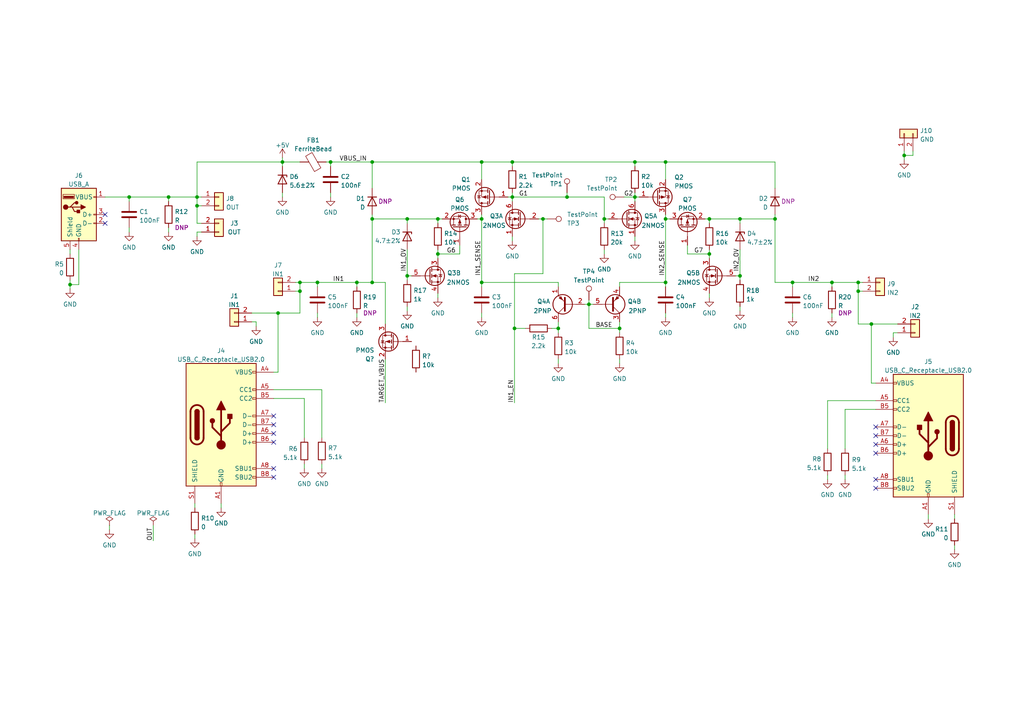
<source format=kicad_sch>
(kicad_sch (version 20230121) (generator eeschema)
  (paper "A4")
  (lib_symbols
    (symbol "Connector:TestPoint" (pin_numbers hide) (pin_names (offset 0.762) hide)
      (property "Reference" "TP" (at 0 6.858 0))
      (property "Value" "TestPoint" (at 0 5.08 0))
      (symbol "TestPoint_0_1"
        (circle (center 0 3.302) (radius 0.762))
      )
      (symbol "TestPoint_1_1"
        (pin passive line (at 0 0 90) (length 2.54) (name "1") (number "1"))
      )
    )
    (symbol "Connector:USB_A" (pin_names (offset 1.016))
      (property "Reference" "J" (at -5.08 11.43 0))
      (property "Value" "USB_A" (at -5.08 8.89 0))
      (symbol "USB_A_0_1"
        (rectangle (start -5.08 -7.62) (end 5.08 7.62) (stroke (width 0.254)) (fill (type background)))
        (circle (center -3.81 2.159) (radius 0.635) (stroke (width 0.254)) (fill (type outline)))
        (rectangle (start -1.524 4.826) (end -4.318 5.334) (fill (type outline)))
        (rectangle (start -1.27 4.572) (end -4.572 5.842))
        (circle (center -0.635 3.429) (radius 0.381) (stroke (width 0.254)) (fill (type outline)))
        (rectangle (start -0.127 -7.62) (end 0.127 -6.858))
        (polyline (pts (xy -3.175 2.159) (xy -2.54 2.159) (xy -1.27 3.429) (xy -0.635 3.429)) (stroke (width 0.254)))
        (polyline (pts (xy -2.54 2.159) (xy -1.905 2.159) (xy -1.27 0.889) (xy 0 0.889)) (stroke (width 0.254)))
        (polyline (pts (xy 0.635 2.794) (xy 0.635 1.524) (xy 1.905 2.159) (xy 0.635 2.794)) (stroke (width 0.254)) (fill (type outline)))
        (rectangle (start 0.254 1.27) (end -0.508 0.508) (stroke (width 0.254)) (fill (type outline)))
        (rectangle (start 5.08 -2.667) (end 4.318 -2.413))
        (rectangle (start 5.08 -0.127) (end 4.318 0.127))
        (rectangle (start 5.08 4.953) (end 4.318 5.207))
      )
      (symbol "USB_A_1_1"
        (polyline (pts (xy -1.905 2.159) (xy 0.635 2.159)) (stroke (width 0.254)))
        (pin power_in line (at 7.62 5.08 180) (length 2.54) (name "VBUS") (number "1"))
        (pin bidirectional line (at 7.62 -2.54 180) (length 2.54) (name "D-") (number "2"))
        (pin bidirectional line (at 7.62 0 180) (length 2.54) (name "D+") (number "3"))
        (pin power_in line (at 0 -10.16 90) (length 2.54) (name "GND") (number "4"))
        (pin passive line (at -2.54 -10.16 90) (length 2.54) (name "Shield") (number "5"))
      )
    )
    (symbol "Connector:USB_C_Receptacle_USB2.0" (pin_names (offset 1.016))
      (property "Reference" "J" (at -10.16 19.05 0))
      (property "Value" "USB_C_Receptacle_USB2.0" (at 19.05 19.05 0))
      (symbol "USB_C_Receptacle_USB2.0_0_0"
        (rectangle (start -0.254 -17.78) (end 0.254 -16.764))
        (rectangle (start 10.16 -14.986) (end 9.144 -15.494))
        (rectangle (start 10.16 -12.446) (end 9.144 -12.954))
        (rectangle (start 10.16 -4.826) (end 9.144 -5.334))
        (rectangle (start 10.16 -2.286) (end 9.144 -2.794))
        (rectangle (start 10.16 0.254) (end 9.144 -0.254))
        (rectangle (start 10.16 2.794) (end 9.144 2.286))
        (rectangle (start 10.16 7.874) (end 9.144 7.366))
        (rectangle (start 10.16 10.414) (end 9.144 9.906))
        (rectangle (start 10.16 15.494) (end 9.144 14.986))
      )
      (symbol "USB_C_Receptacle_USB2.0_0_1"
        (rectangle (start -10.16 17.78) (end 10.16 -17.78) (stroke (width 0.254)) (fill (type background)))
        (arc (start -8.89 -3.81) (mid -6.985 -5.7067) (end -5.08 -3.81) (stroke (width 0.508)))
        (arc (start -7.62 -3.81) (mid -6.985 -4.4423) (end -6.35 -3.81) (stroke (width 0.254)))
        (arc (start -7.62 -3.81) (mid -6.985 -4.4423) (end -6.35 -3.81) (stroke (width 0.254)) (fill (type outline)))
        (rectangle (start -7.62 -3.81) (end -6.35 3.81) (stroke (width 0.254)) (fill (type outline)))
        (arc (start -6.35 3.81) (mid -6.985 4.4423) (end -7.62 3.81) (stroke (width 0.254)))
        (arc (start -6.35 3.81) (mid -6.985 4.4423) (end -7.62 3.81) (stroke (width 0.254)) (fill (type outline)))
        (arc (start -5.08 3.81) (mid -6.985 5.7067) (end -8.89 3.81) (stroke (width 0.508)))
        (circle (center -2.54 1.143) (radius 0.635) (stroke (width 0.254)) (fill (type outline)))
        (circle (center 0 -5.842) (radius 1.27) (fill (type outline)))
        (polyline (pts (xy -8.89 -3.81) (xy -8.89 3.81)) (stroke (width 0.508)))
        (polyline (pts (xy -5.08 3.81) (xy -5.08 -3.81)) (stroke (width 0.508)))
        (polyline (pts (xy 0 -5.842) (xy 0 4.318)) (stroke (width 0.508)))
        (polyline (pts (xy 0 -3.302) (xy -2.54 -0.762) (xy -2.54 0.508)) (stroke (width 0.508)))
        (polyline (pts (xy 0 -2.032) (xy 2.54 0.508) (xy 2.54 1.778)) (stroke (width 0.508)))
        (polyline (pts (xy -1.27 4.318) (xy 0 6.858) (xy 1.27 4.318) (xy -1.27 4.318)) (stroke (width 0.254)) (fill (type outline)))
        (rectangle (start 1.905 1.778) (end 3.175 3.048) (stroke (width 0.254)) (fill (type outline)))
      )
      (symbol "USB_C_Receptacle_USB2.0_1_1"
        (pin passive line (at 0 -22.86 90) (length 5.08) (name "GND") (number "A1"))
        (pin passive line (at 0 -22.86 90) (length 5.08) hide (name "GND") (number "A12"))
        (pin passive line (at 15.24 15.24 180) (length 5.08) (name "VBUS") (number "A4"))
        (pin bidirectional line (at 15.24 10.16 180) (length 5.08) (name "CC1") (number "A5"))
        (pin bidirectional line (at 15.24 -2.54 180) (length 5.08) (name "D+") (number "A6"))
        (pin bidirectional line (at 15.24 2.54 180) (length 5.08) (name "D-") (number "A7"))
        (pin bidirectional line (at 15.24 -12.7 180) (length 5.08) (name "SBU1") (number "A8"))
        (pin passive line (at 15.24 15.24 180) (length 5.08) hide (name "VBUS") (number "A9"))
        (pin passive line (at 0 -22.86 90) (length 5.08) hide (name "GND") (number "B1"))
        (pin passive line (at 0 -22.86 90) (length 5.08) hide (name "GND") (number "B12"))
        (pin passive line (at 15.24 15.24 180) (length 5.08) hide (name "VBUS") (number "B4"))
        (pin bidirectional line (at 15.24 7.62 180) (length 5.08) (name "CC2") (number "B5"))
        (pin bidirectional line (at 15.24 -5.08 180) (length 5.08) (name "D+") (number "B6"))
        (pin bidirectional line (at 15.24 0 180) (length 5.08) (name "D-") (number "B7"))
        (pin bidirectional line (at 15.24 -15.24 180) (length 5.08) (name "SBU2") (number "B8"))
        (pin passive line (at 15.24 15.24 180) (length 5.08) hide (name "VBUS") (number "B9"))
        (pin passive line (at -7.62 -22.86 90) (length 5.08) (name "SHIELD") (number "S1"))
      )
    )
    (symbol "Connector_Generic:Conn_01x02" (pin_names (offset 1.016) hide)
      (property "Reference" "J" (at 0 2.54 0))
      (property "Value" "Conn_01x02" (at 0 -5.08 0))
      (symbol "Conn_01x02_1_1"
        (rectangle (start -1.27 -2.413) (end 0 -2.667) (stroke (width 0.1524)))
        (rectangle (start -1.27 0.127) (end 0 -0.127) (stroke (width 0.1524)))
        (rectangle (start -1.27 1.27) (end 1.27 -3.81) (stroke (width 0.254)) (fill (type background)))
        (pin passive line (at -5.08 0 0) (length 3.81) (name "Pin_1") (number "1"))
        (pin passive line (at -5.08 -2.54 0) (length 3.81) (name "Pin_2") (number "2"))
      )
    )
    (symbol "Device:C" (pin_numbers hide) (pin_names (offset 0.254))
      (property "Reference" "C" (at 0.635 2.54 0))
      (property "Value" "C" (at 0.635 -2.54 0))
      (symbol "C_0_1"
        (polyline (pts (xy -2.032 -0.762) (xy 2.032 -0.762)) (stroke (width 0.508)))
        (polyline (pts (xy -2.032 0.762) (xy 2.032 0.762)) (stroke (width 0.508)))
      )
      (symbol "C_1_1"
        (pin passive line (at 0 3.81 270) (length 2.794) (name "~") (number "1"))
        (pin passive line (at 0 -3.81 90) (length 2.794) (name "~") (number "2"))
      )
    )
    (symbol "Device:D" (pin_numbers hide) (pin_names (offset 1.016) hide)
      (property "Reference" "D" (at 0 2.54 0))
      (property "Value" "D" (at 0 -2.54 0))
      (symbol "D_0_1"
        (polyline (pts (xy -1.27 1.27) (xy -1.27 -1.27)) (stroke (width 0.254)))
        (polyline (pts (xy 1.27 0) (xy -1.27 0)))
        (polyline (pts (xy 1.27 1.27) (xy 1.27 -1.27) (xy -1.27 0) (xy 1.27 1.27)) (stroke (width 0.254)))
      )
      (symbol "D_1_1"
        (pin passive line (at -3.81 0 0) (length 2.54) (name "K") (number "1"))
        (pin passive line (at 3.81 0 180) (length 2.54) (name "A") (number "2"))
      )
    )
    (symbol "Device:D_Zener" (pin_numbers hide) (pin_names (offset 1.016) hide)
      (property "Reference" "D" (at 0 2.54 0))
      (property "Value" "D_Zener" (at 0 -2.54 0))
      (symbol "D_Zener_0_1"
        (polyline (pts (xy 1.27 0) (xy -1.27 0)))
        (polyline (pts (xy -1.27 -1.27) (xy -1.27 1.27) (xy -0.762 1.27)) (stroke (width 0.254)))
        (polyline (pts (xy 1.27 -1.27) (xy 1.27 1.27) (xy -1.27 0) (xy 1.27 -1.27)) (stroke (width 0.254)))
      )
      (symbol "D_Zener_1_1"
        (pin passive line (at -3.81 0 0) (length 2.54) (name "K") (number "1"))
        (pin passive line (at 3.81 0 180) (length 2.54) (name "A") (number "2"))
      )
    )
    (symbol "Device:FerriteBead" (pin_numbers hide) (pin_names (offset 0))
      (property "Reference" "FB" (at -3.81 0.635 90))
      (property "Value" "FerriteBead" (at 3.81 0 90))
      (symbol "FerriteBead_0_1"
        (polyline (pts (xy 0 -1.27) (xy 0 -1.2192)))
        (polyline (pts (xy 0 1.27) (xy 0 1.2954)))
        (polyline (pts (xy -2.7686 0.4064) (xy -1.7018 2.2606) (xy 2.7686 -0.3048) (xy 1.6764 -2.159) (xy -2.7686 0.4064)))
      )
      (symbol "FerriteBead_1_1"
        (pin passive line (at 0 3.81 270) (length 2.54) (name "~") (number "1"))
        (pin passive line (at 0 -3.81 90) (length 2.54) (name "~") (number "2"))
      )
    )
    (symbol "Device:Q_Dual_NMOS_S1G1D2S2G2D1" (pin_names (offset 0) hide)
      (property "Reference" "Q" (at 6.35 1.27 0))
      (property "Value" "Q_Dual_NMOS_S1G1D2S2G2D1" (at 19.05 -1.27 0))
      (symbol "Q_Dual_NMOS_S1G1D2S2G2D1_0_1"
        (polyline (pts (xy 0.254 0) (xy -2.54 0)))
        (polyline (pts (xy 0.254 1.905) (xy 0.254 -1.905)) (stroke (width 0.254)))
        (polyline (pts (xy 0.762 -1.27) (xy 0.762 -2.286)) (stroke (width 0.254)))
        (polyline (pts (xy 0.762 0.508) (xy 0.762 -0.508)) (stroke (width 0.254)))
        (polyline (pts (xy 0.762 2.286) (xy 0.762 1.27)) (stroke (width 0.254)))
        (polyline (pts (xy 2.54 2.54) (xy 2.54 1.778)))
        (polyline (pts (xy 2.54 -2.54) (xy 2.54 0) (xy 0.762 0)))
        (polyline (pts (xy 0.762 -1.778) (xy 3.302 -1.778) (xy 3.302 1.778) (xy 0.762 1.778)))
        (polyline (pts (xy 1.016 0) (xy 2.032 0.381) (xy 2.032 -0.381) (xy 1.016 0)) (fill (type outline)))
        (polyline (pts (xy 2.794 0.508) (xy 2.921 0.381) (xy 3.683 0.381) (xy 3.81 0.254)))
        (polyline (pts (xy 3.302 0.381) (xy 2.921 -0.254) (xy 3.683 -0.254) (xy 3.302 0.381)))
        (circle (center 1.651 0) (radius 2.794) (stroke (width 0.254)))
        (circle (center 2.54 -1.778) (radius 0.254) (fill (type outline)))
        (circle (center 2.54 1.778) (radius 0.254) (fill (type outline)))
      )
      (symbol "Q_Dual_NMOS_S1G1D2S2G2D1_1_1"
        (pin passive line (at 2.54 -5.08 90) (length 2.54) (name "S") (number "1"))
        (pin input line (at -5.08 0 0) (length 2.54) (name "G") (number "2"))
        (pin passive line (at 2.54 5.08 270) (length 2.54) (name "D") (number "6"))
      )
      (symbol "Q_Dual_NMOS_S1G1D2S2G2D1_2_1"
        (pin passive line (at 2.54 5.08 270) (length 2.54) (name "D") (number "3"))
        (pin passive line (at 2.54 -5.08 90) (length 2.54) (name "S") (number "4"))
        (pin input line (at -5.08 0 0) (length 2.54) (name "G") (number "5"))
      )
    )
    (symbol "Device:Q_Dual_PNP_PNP_E1B1C2E2B2C1" (pin_names (offset 0) hide)
      (property "Reference" "Q" (at 5.08 1.27 0))
      (property "Value" "Q_Dual_PNP_PNP_E1B1C2E2B2C1" (at 5.08 -1.27 0))
      (symbol "Q_Dual_PNP_PNP_E1B1C2E2B2C1_0_1"
        (polyline (pts (xy 0.635 0) (xy -2.54 0)))
        (polyline (pts (xy 0.635 0.635) (xy 2.54 2.54)))
        (polyline (pts (xy 0.635 -0.635) (xy 2.54 -2.54) (xy 2.54 -2.54)))
        (polyline (pts (xy 0.635 1.905) (xy 0.635 -1.905) (xy 0.635 -1.905)) (stroke (width 0.508)))
        (polyline (pts (xy 2.286 -1.778) (xy 1.778 -2.286) (xy 1.27 -1.27) (xy 2.286 -1.778) (xy 2.286 -1.778)) (fill (type outline)))
        (circle (center 1.27 0) (radius 2.8194) (stroke (width 0.254)))
      )
      (symbol "Q_Dual_PNP_PNP_E1B1C2E2B2C1_1_1"
        (pin passive line (at 2.54 -5.08 90) (length 2.54) (name "E1") (number "1"))
        (pin input line (at -5.08 0 0) (length 2.54) (name "B1") (number "2"))
        (pin passive line (at 2.54 5.08 270) (length 2.54) (name "C1") (number "6"))
      )
      (symbol "Q_Dual_PNP_PNP_E1B1C2E2B2C1_2_1"
        (pin passive line (at 2.54 5.08 270) (length 2.54) (name "C2") (number "3"))
        (pin passive line (at 2.54 -5.08 90) (length 2.54) (name "E2") (number "4"))
        (pin input line (at -5.08 0 0) (length 2.54) (name "B2") (number "5"))
      )
    )
    (symbol "Device:Q_PMOS_GSD" (pin_names (offset 0) hide)
      (property "Reference" "Q" (at 5.08 1.27 0))
      (property "Value" "Q_PMOS_GSD" (at 5.08 -1.27 0))
      (symbol "Q_PMOS_GSD_0_1"
        (polyline (pts (xy 0.254 0) (xy -2.54 0)))
        (polyline (pts (xy 0.254 1.905) (xy 0.254 -1.905)) (stroke (width 0.254)))
        (polyline (pts (xy 0.762 -1.27) (xy 0.762 -2.286)) (stroke (width 0.254)))
        (polyline (pts (xy 0.762 0.508) (xy 0.762 -0.508)) (stroke (width 0.254)))
        (polyline (pts (xy 0.762 2.286) (xy 0.762 1.27)) (stroke (width 0.254)))
        (polyline (pts (xy 2.54 2.54) (xy 2.54 1.778)))
        (polyline (pts (xy 2.54 -2.54) (xy 2.54 0) (xy 0.762 0)))
        (polyline (pts (xy 0.762 1.778) (xy 3.302 1.778) (xy 3.302 -1.778) (xy 0.762 -1.778)))
        (polyline (pts (xy 2.286 0) (xy 1.27 0.381) (xy 1.27 -0.381) (xy 2.286 0)) (fill (type outline)))
        (polyline (pts (xy 2.794 -0.508) (xy 2.921 -0.381) (xy 3.683 -0.381) (xy 3.81 -0.254)))
        (polyline (pts (xy 3.302 -0.381) (xy 2.921 0.254) (xy 3.683 0.254) (xy 3.302 -0.381)))
        (circle (center 1.651 0) (radius 2.794) (stroke (width 0.254)))
        (circle (center 2.54 -1.778) (radius 0.254) (fill (type outline)))
        (circle (center 2.54 1.778) (radius 0.254) (fill (type outline)))
      )
      (symbol "Q_PMOS_GSD_1_1"
        (pin input line (at -5.08 0 0) (length 2.54) (name "G") (number "1"))
        (pin passive line (at 2.54 -5.08 90) (length 2.54) (name "S") (number "2"))
        (pin passive line (at 2.54 5.08 270) (length 2.54) (name "D") (number "3"))
      )
    )
    (symbol "Device:R" (pin_numbers hide) (pin_names (offset 0))
      (property "Reference" "R" (at 2.032 0 90))
      (property "Value" "R" (at 0 0 90))
      (symbol "R_0_1"
        (rectangle (start -1.016 -2.54) (end 1.016 2.54) (stroke (width 0.254)))
      )
      (symbol "R_1_1"
        (pin passive line (at 0 3.81 270) (length 1.27) (name "~") (number "1"))
        (pin passive line (at 0 -3.81 90) (length 1.27) (name "~") (number "2"))
      )
    )
    (symbol "power:+5V" (power) (pin_names (offset 0))
      (property "Value" "+5V" (at 0 3.556 0))
      (symbol "+5V_0_1"
        (polyline (pts (xy -0.762 1.27) (xy 0 2.54)))
        (polyline (pts (xy 0 0) (xy 0 2.54)))
        (polyline (pts (xy 0 2.54) (xy 0.762 1.27)))
      )
      (symbol "+5V_1_1"
        (pin power_in line (at 0 0 90) (length 0) hide (name "+5V") (number "1"))
      )
    )
    (symbol "power:GND" (power) (pin_names (offset 0))
      (property "Value" "GND" (at 0 -3.81 0))
      (symbol "GND_0_1"
        (polyline (pts (xy 0 0) (xy 0 -1.27) (xy 1.27 -1.27) (xy 0 -2.54) (xy -1.27 -1.27) (xy 0 -1.27)))
      )
      (symbol "GND_1_1"
        (pin power_in line (at 0 0 270) (length 0) hide (name "GND") (number "1"))
      )
    )
    (symbol "power:PWR_FLAG" (power) (pin_numbers hide) (pin_names (offset 0) hide)
      (property "Value" "PWR_FLAG" (at 0 3.81 0))
      (symbol "PWR_FLAG_0_0"
        (pin power_out line (at 0 0 90) (length 0) (name "pwr") (number "1"))
      )
      (symbol "PWR_FLAG_0_1"
        (polyline (pts (xy 0 0) (xy 0 1.27) (xy -1.016 1.905) (xy 0 2.54) (xy 1.016 1.905) (xy 0 1.27)))
      )
    )
  )
  (junction (at 262.255 45.085))
  (junction (at 57.15 57.15))
  (junction (at 193.04 81.915))
  (junction (at 193.04 46.99))
  (junction (at 86.995 84.455))
  (junction (at 149.225 95.25))
  (junction (at 118.11 80.01))
  (junction (at 139.7 46.99))
  (junction (at 127 73.66))
  (junction (at 107.95 81.915))
  (junction (at 80.645 90.805))
  (junction (at 205.74 73.66))
  (junction (at 86.995 81.915))
  (junction (at 205.74 63.5))
  (junction (at 252.73 93.98))
  (junction (at 48.895 57.15))
  (junction (at 224.79 63.5))
  (junction (at 229.87 81.915))
  (junction (at 148.59 57.15))
  (junction (at 179.705 95.25))
  (junction (at 57.15 59.69))
  (junction (at 81.915 46.99))
  (junction (at 37.465 57.15))
  (junction (at 127 63.5))
  (junction (at 103.505 81.915))
  (junction (at 95.885 46.99))
  (junction (at 92.075 81.915))
  (junction (at 157.48 63.5))
  (junction (at 214.63 80.01))
  (junction (at 118.11 63.5))
  (junction (at 20.32 82.55))
  (junction (at 139.7 81.915))
  (junction (at 107.95 63.5))
  (junction (at 175.26 63.5))
  (junction (at 184.15 57.15))
  (junction (at 184.15 46.99))
  (junction (at 248.92 84.455))
  (junction (at 161.925 95.25))
  (junction (at 148.59 46.99))
  (junction (at 107.95 46.99))
  (junction (at 139.7 63.5))
  (junction (at 248.92 81.915))
  (junction (at 214.63 63.5))
  (junction (at 241.3 81.915))
  (junction (at 170.815 88.265))
  (junction (at 164.465 57.15))
  (junction (at 193.04 63.5))
  (no_connect (at 79.375 123.19))
  (no_connect (at 254 123.825))
  (no_connect (at 79.375 135.89))
  (no_connect (at 254 139.065))
  (no_connect (at 79.375 128.27))
  (no_connect (at 254 131.445))
  (no_connect (at 79.375 120.65))
  (no_connect (at 30.48 62.23))
  (no_connect (at 254 126.365))
  (no_connect (at 254 141.605))
  (no_connect (at 79.375 125.73))
  (no_connect (at 254 128.905))
  (no_connect (at 79.375 138.43))
  (no_connect (at 30.48 64.77))
  (wire (pts (xy 93.345 134.62) (xy 93.345 135.89)))
  (wire (pts (xy 170.815 88.265) (xy 170.815 86.995)))
  (wire (pts (xy 20.32 82.55) (xy 20.32 83.82)))
  (wire (pts (xy 118.11 80.01) (xy 118.11 81.28)))
  (wire (pts (xy 214.63 63.5) (xy 205.74 63.5)))
  (wire (pts (xy 184.15 57.15) (xy 184.15 55.88)))
  (wire (pts (xy 224.79 63.5) (xy 224.79 62.23)))
  (wire (pts (xy 57.15 46.99) (xy 57.15 57.15)))
  (wire (pts (xy 193.04 83.185) (xy 193.04 81.915)))
  (wire (pts (xy 180.975 57.15) (xy 184.15 57.15)))
  (wire (pts (xy 139.7 62.23) (xy 139.7 63.5)))
  (wire (pts (xy 214.63 80.01) (xy 214.63 81.28)))
  (wire (pts (xy 193.04 62.23) (xy 193.04 63.5)))
  (wire (pts (xy 262.255 43.815) (xy 262.255 45.085)))
  (wire (pts (xy 179.705 95.25) (xy 179.705 93.345)))
  (wire (pts (xy 264.795 45.085) (xy 264.795 43.815)))
  (wire (pts (xy 139.7 81.915) (xy 161.925 81.915)))
  (wire (pts (xy 164.465 57.15) (xy 175.26 57.15)))
  (wire (pts (xy 175.26 72.39) (xy 175.26 73.66)))
  (wire (pts (xy 240.03 137.795) (xy 240.03 139.065)))
  (wire (pts (xy 111.76 81.915) (xy 111.76 93.98)))
  (wire (pts (xy 88.265 127) (xy 88.265 115.57)))
  (wire (pts (xy 94.615 46.99) (xy 95.885 46.99)))
  (wire (pts (xy 241.3 81.915) (xy 241.3 83.185)))
  (wire (pts (xy 179.705 104.14) (xy 179.705 105.41)))
  (wire (pts (xy 193.04 81.915) (xy 179.705 81.915)))
  (wire (pts (xy 30.48 57.15) (xy 37.465 57.15)))
  (wire (pts (xy 20.32 72.39) (xy 20.32 73.66)))
  (wire (pts (xy 92.075 90.805) (xy 92.075 92.075)))
  (wire (pts (xy 103.505 81.915) (xy 92.075 81.915)))
  (wire (pts (xy 22.86 82.55) (xy 20.32 82.55)))
  (wire (pts (xy 193.04 92.075) (xy 193.04 90.805)))
  (wire (pts (xy 81.915 46.99) (xy 57.15 46.99)))
  (wire (pts (xy 156.21 63.5) (xy 157.48 63.5)))
  (wire (pts (xy 95.885 48.26) (xy 95.885 46.99)))
  (wire (pts (xy 157.48 63.5) (xy 158.75 63.5)))
  (wire (pts (xy 245.11 137.795) (xy 245.11 139.065)))
  (wire (pts (xy 133.35 73.66) (xy 133.35 71.12)))
  (wire (pts (xy 214.63 80.01) (xy 214.63 72.39)))
  (wire (pts (xy 252.73 93.98) (xy 252.73 111.125)))
  (wire (pts (xy 185.42 57.15) (xy 184.15 57.15)))
  (wire (pts (xy 81.915 55.88) (xy 81.915 57.15)))
  (wire (pts (xy 92.075 83.185) (xy 92.075 81.915)))
  (wire (pts (xy 248.92 84.455) (xy 248.92 93.98)))
  (wire (pts (xy 269.24 149.225) (xy 269.24 150.495)))
  (wire (pts (xy 139.7 92.075) (xy 139.7 90.805)))
  (wire (pts (xy 118.11 72.39) (xy 118.11 80.01)))
  (wire (pts (xy 148.59 57.15) (xy 164.465 57.15)))
  (wire (pts (xy 139.7 46.99) (xy 107.95 46.99)))
  (wire (pts (xy 148.59 68.58) (xy 148.59 69.85)))
  (wire (pts (xy 138.43 63.5) (xy 139.7 63.5)))
  (wire (pts (xy 175.26 64.77) (xy 175.26 63.5)))
  (wire (pts (xy 161.925 104.14) (xy 161.925 105.41)))
  (wire (pts (xy 107.95 46.99) (xy 95.885 46.99)))
  (wire (pts (xy 193.04 63.5) (xy 194.31 63.5)))
  (wire (pts (xy 170.815 95.25) (xy 179.705 95.25)))
  (wire (pts (xy 241.3 90.805) (xy 241.3 92.075)))
  (wire (pts (xy 57.15 67.31) (xy 58.42 67.31)))
  (wire (pts (xy 276.86 149.225) (xy 276.86 150.495)))
  (wire (pts (xy 88.265 134.62) (xy 88.265 135.89)))
  (wire (pts (xy 73.025 93.345) (xy 74.295 93.345)))
  (wire (pts (xy 224.79 81.915) (xy 229.87 81.915)))
  (wire (pts (xy 175.26 57.15) (xy 175.26 63.5)))
  (wire (pts (xy 179.705 81.915) (xy 179.705 83.185)))
  (wire (pts (xy 262.255 45.085) (xy 264.795 45.085)))
  (wire (pts (xy 262.255 45.085) (xy 262.255 46.355)))
  (wire (pts (xy 86.995 84.455) (xy 86.995 90.805)))
  (wire (pts (xy 103.505 83.185) (xy 103.505 81.915)))
  (wire (pts (xy 107.95 54.61) (xy 107.95 46.99)))
  (wire (pts (xy 95.885 57.15) (xy 95.885 55.88)))
  (wire (pts (xy 20.32 81.28) (xy 20.32 82.55)))
  (wire (pts (xy 229.87 81.915) (xy 229.87 83.185)))
  (wire (pts (xy 73.025 90.805) (xy 80.645 90.805)))
  (wire (pts (xy 57.15 57.15) (xy 58.42 57.15)))
  (wire (pts (xy 248.92 84.455) (xy 250.19 84.455)))
  (wire (pts (xy 229.87 81.915) (xy 241.3 81.915)))
  (wire (pts (xy 127 63.5) (xy 118.11 63.5)))
  (wire (pts (xy 118.11 63.5) (xy 107.95 63.5)))
  (wire (pts (xy 147.32 57.15) (xy 148.59 57.15)))
  (wire (pts (xy 199.39 73.66) (xy 205.74 73.66)))
  (wire (pts (xy 193.04 52.07) (xy 193.04 46.99)))
  (wire (pts (xy 139.7 63.5) (xy 139.7 81.915)))
  (wire (pts (xy 93.345 113.03) (xy 93.345 127)))
  (wire (pts (xy 81.915 45.72) (xy 81.915 46.99)))
  (wire (pts (xy 205.74 73.66) (xy 205.74 74.93)))
  (wire (pts (xy 229.87 90.805) (xy 229.87 92.075)))
  (wire (pts (xy 81.915 46.99) (xy 81.915 48.26)))
  (wire (pts (xy 170.815 88.265) (xy 172.085 88.265)))
  (wire (pts (xy 184.15 68.58) (xy 184.15 69.85)))
  (wire (pts (xy 259.08 96.52) (xy 259.08 97.79)))
  (wire (pts (xy 193.04 63.5) (xy 193.04 81.915)))
  (wire (pts (xy 118.11 88.9) (xy 118.11 90.17)))
  (wire (pts (xy 161.925 81.915) (xy 161.925 83.185)))
  (wire (pts (xy 139.7 83.185) (xy 139.7 81.915)))
  (wire (pts (xy 149.225 95.25) (xy 149.225 116.84)))
  (wire (pts (xy 56.515 154.94) (xy 56.515 156.21)))
  (wire (pts (xy 48.895 66.04) (xy 48.895 67.31)))
  (wire (pts (xy 170.815 88.265) (xy 170.815 95.25)))
  (wire (pts (xy 86.995 81.915) (xy 86.995 84.455)))
  (wire (pts (xy 74.295 93.345) (xy 74.295 94.615)))
  (wire (pts (xy 48.895 57.15) (xy 57.15 57.15)))
  (wire (pts (xy 161.925 93.345) (xy 161.925 95.25)))
  (wire (pts (xy 127 73.66) (xy 133.35 73.66)))
  (wire (pts (xy 119.38 80.01) (xy 118.11 80.01)))
  (wire (pts (xy 58.42 59.69) (xy 57.15 59.69)))
  (wire (pts (xy 184.15 58.42) (xy 184.15 57.15)))
  (wire (pts (xy 245.11 130.175) (xy 245.11 118.745)))
  (wire (pts (xy 118.11 64.77) (xy 118.11 63.5)))
  (wire (pts (xy 85.725 81.915) (xy 86.995 81.915)))
  (wire (pts (xy 224.79 63.5) (xy 224.79 81.915)))
  (wire (pts (xy 250.19 81.915) (xy 248.92 81.915)))
  (wire (pts (xy 157.48 63.5) (xy 157.48 79.375)))
  (wire (pts (xy 245.11 118.745) (xy 254 118.745)))
  (wire (pts (xy 127 85.09) (xy 127 86.36)))
  (wire (pts (xy 80.645 90.805) (xy 86.995 90.805)))
  (wire (pts (xy 57.15 64.77) (xy 57.15 59.69)))
  (wire (pts (xy 241.3 81.915) (xy 248.92 81.915)))
  (wire (pts (xy 107.95 63.5) (xy 107.95 62.23)))
  (wire (pts (xy 214.63 64.77) (xy 214.63 63.5)))
  (wire (pts (xy 79.375 113.03) (xy 93.345 113.03)))
  (wire (pts (xy 240.03 116.205) (xy 240.03 130.175)))
  (wire (pts (xy 37.465 57.15) (xy 48.895 57.15)))
  (wire (pts (xy 80.645 90.805) (xy 80.645 107.95)))
  (wire (pts (xy 248.92 93.98) (xy 252.73 93.98)))
  (wire (pts (xy 160.02 95.25) (xy 161.925 95.25)))
  (wire (pts (xy 107.95 81.915) (xy 103.505 81.915)))
  (wire (pts (xy 152.4 95.25) (xy 149.225 95.25)))
  (wire (pts (xy 127 74.93) (xy 127 73.66)))
  (wire (pts (xy 56.515 146.05) (xy 56.515 147.32)))
  (wire (pts (xy 127 63.5) (xy 127 64.77)))
  (wire (pts (xy 252.73 93.98) (xy 260.35 93.98)))
  (wire (pts (xy 48.895 57.15) (xy 48.895 58.42)))
  (wire (pts (xy 22.86 72.39) (xy 22.86 82.55)))
  (wire (pts (xy 213.36 80.01) (xy 214.63 80.01)))
  (wire (pts (xy 224.79 46.99) (xy 224.79 54.61)))
  (wire (pts (xy 157.48 79.375) (xy 149.225 79.375)))
  (wire (pts (xy 127 72.39) (xy 127 73.66)))
  (wire (pts (xy 248.92 81.915) (xy 248.92 84.455)))
  (wire (pts (xy 179.705 95.25) (xy 179.705 96.52)))
  (wire (pts (xy 276.86 158.115) (xy 276.86 159.385)))
  (wire (pts (xy 37.465 66.04) (xy 37.465 67.31)))
  (wire (pts (xy 79.375 107.95) (xy 80.645 107.95)))
  (wire (pts (xy 169.545 88.265) (xy 170.815 88.265)))
  (wire (pts (xy 204.47 63.5) (xy 205.74 63.5)))
  (wire (pts (xy 107.95 81.915) (xy 111.76 81.915)))
  (wire (pts (xy 85.725 84.455) (xy 86.995 84.455)))
  (wire (pts (xy 193.04 46.99) (xy 184.15 46.99)))
  (wire (pts (xy 254 116.205) (xy 240.03 116.205)))
  (wire (pts (xy 86.995 46.99) (xy 81.915 46.99)))
  (wire (pts (xy 184.15 46.99) (xy 184.15 48.26)))
  (wire (pts (xy 37.465 58.42) (xy 37.465 57.15)))
  (wire (pts (xy 214.63 88.9) (xy 214.63 90.17)))
  (wire (pts (xy 205.74 63.5) (xy 205.74 64.77)))
  (wire (pts (xy 57.15 68.58) (xy 57.15 67.31)))
  (wire (pts (xy 164.465 55.88) (xy 164.465 57.15)))
  (wire (pts (xy 58.42 64.77) (xy 57.15 64.77)))
  (wire (pts (xy 149.225 79.375) (xy 149.225 95.25)))
  (wire (pts (xy 199.39 71.12) (xy 199.39 73.66)))
  (wire (pts (xy 111.76 116.84) (xy 111.76 104.14)))
  (wire (pts (xy 161.925 95.25) (xy 161.925 96.52)))
  (wire (pts (xy 205.74 85.09) (xy 205.74 86.36)))
  (wire (pts (xy 128.27 63.5) (xy 127 63.5)))
  (wire (pts (xy 44.45 156.845) (xy 44.45 152.4)))
  (wire (pts (xy 205.74 73.66) (xy 205.74 72.39)))
  (wire (pts (xy 224.79 46.99) (xy 193.04 46.99)))
  (wire (pts (xy 148.59 46.99) (xy 184.15 46.99)))
  (wire (pts (xy 64.135 146.05) (xy 64.135 147.32)))
  (wire (pts (xy 139.7 46.99) (xy 139.7 52.07)))
  (wire (pts (xy 31.75 152.4) (xy 31.75 153.67)))
  (wire (pts (xy 260.35 96.52) (xy 259.08 96.52)))
  (wire (pts (xy 148.59 57.15) (xy 148.59 58.42)))
  (wire (pts (xy 103.505 90.805) (xy 103.505 92.075)))
  (wire (pts (xy 214.63 63.5) (xy 224.79 63.5)))
  (wire (pts (xy 254 111.125) (xy 252.73 111.125)))
  (wire (pts (xy 57.15 57.15) (xy 57.15 59.69)))
  (wire (pts (xy 92.075 81.915) (xy 86.995 81.915)))
  (wire (pts (xy 139.7 46.99) (xy 148.59 46.99)))
  (wire (pts (xy 88.265 115.57) (xy 79.375 115.57)))
  (wire (pts (xy 148.59 55.88) (xy 148.59 57.15)))
  (wire (pts (xy 148.59 48.26) (xy 148.59 46.99)))
  (wire (pts (xy 175.26 63.5) (xy 176.53 63.5)))
  (wire (pts (xy 107.95 63.5) (xy 107.95 81.915)))
  (label "IN1_EN" (at 149.225 116.84 90))
  (label "IN1" (at 96.52 81.915 0))
  (label "IN1_OV" (at 118.11 78.74 90))
  (label "G1" (at 150.495 57.15 0))
  (label "IN2_SENSE" (at 193.04 80.01 90))
  (label "BASE" (at 172.72 95.25 0))
  (label "VBUS_IN" (at 98.425 46.99 0))
  (label "IN2" (at 234.315 81.915 0))
  (label "TARGET_VBUS" (at 111.76 116.84 90))
  (label "G2" (at 180.975 57.15 0))
  (label "OUT" (at 44.45 156.845 90))
  (label "IN1_SENSE" (at 139.7 80.01 90))
  (label "G6" (at 129.54 73.66 0))
  (label "IN2_OV" (at 214.63 78.74 90))
  (label "G7" (at 201.295 73.66 0))
  (symbol (lib_id "power:GND") (at 74.295 94.615 0) (mirror y) (unit 1)
    (property "Reference" "#PWR05" (effects hide))
    (property "Value" "GND" (at 74.295 99.0584 0))
  )
  (symbol (lib_id "Device:R") (at 120.65 104.14 0) (mirror y) (unit 1)
    (property "Reference" "R?" (at 122.428 103.3053 0) (effects (justify right)))
    (property "Value" "10k" (at 122.428 105.8422 0) (effects (justify right)))
    (property "Footprint" "Resistor_SMD:R_0402_1005Metric" (effects hide))
  )
  (symbol (lib_id "Device:R") (at 276.86 154.305 0) (unit 1)
    (property "Reference" "R11" (at 275.082 153.4703 0) (effects (justify right)))
    (property "Value" "0" (at 275.082 156.0072 0) (effects (justify right)))
    (property "Footprint" "Resistor_SMD:R_0402_1005Metric" (effects hide))
  )
  (symbol (lib_id "Device:R") (at 241.3 86.995 0) (unit 1)
    (property "Reference" "R20" (at 243.078 86.1603 0) (effects (justify left)))
    (property "Value" "R" (at 243.078 88.6972 0) (effects (justify left)))
    (property "Footprint" "Resistor_SMD:R_0402_1005Metric" (effects hide))
    (property "DNP" "DNP" (at 245.11 90.805 0))
  )
  (symbol (lib_id "Connector_Generic:Conn_01x02") (at 262.255 38.735 90) (unit 1)
    (property "Reference" "J10" (at 266.827 37.9003 90) (effects (justify right)))
    (property "Value" "GND" (at 266.827 40.4372 90) (effects (justify right)))
    (property "Footprint" "Connector_PinHeader_2.54mm:PinHeader_1x02_P2.54mm_Vertical" (effects hide))
  )
  (symbol (lib_id "power:GND") (at 20.32 83.82 0) (mirror y) (unit 1)
    (property "Reference" "#PWR08" (effects hide))
    (property "Value" "GND" (at 20.32 88.2634 0))
  )
  (symbol (lib_id "power:GND") (at 95.885 57.15 0) (mirror y) (unit 1)
    (property "Reference" "#PWR0106" (effects hide))
    (property "Value" "GND" (at 95.885 61.5934 0))
  )
  (symbol (lib_id "power:GND") (at 179.705 105.41 0) (mirror y) (unit 1)
    (property "Reference" "#PWR06" (effects hide))
    (property "Value" "GND" (at 179.705 109.8534 0))
  )
  (symbol (lib_id "Device:R") (at 88.265 130.81 0) (unit 1)
    (property "Reference" "R6" (at 86.36 130.175 0) (effects (justify right)))
    (property "Value" "5.1k" (at 86.36 132.715 0) (effects (justify right)))
    (property "Footprint" "Resistor_SMD:R_0402_1005Metric" (effects hide))
  )
  (symbol (lib_id "Device:Q_PMOS_GSD") (at 133.35 66.04 270) (mirror x) (unit 1)
    (property "Reference" "Q6" (at 133.35 57.8952 90))
    (property "Value" "PMOS" (at 133.35 60.4321 90))
    (property "Footprint" "Package_TO_SOT_SMD:SOT-23-3" (effects hide))
    (property "Manufacturer" "Panjit" (effects hide))
    (property "Part Number" "PJA3441_R1_00001" (effects hide))
  )
  (symbol (lib_id "Device:R") (at 20.32 77.47 0) (mirror x) (unit 1)
    (property "Reference" "R5" (at 18.542 76.6353 0) (effects (justify right)))
    (property "Value" "0" (at 18.542 79.1722 0) (effects (justify right)))
    (property "Footprint" "Resistor_SMD:R_0402_1005Metric" (effects hide))
  )
  (symbol (lib_id "power:GND") (at 214.63 90.17 0) (mirror y) (unit 1)
    (property "Reference" "#PWR023" (effects hide))
    (property "Value" "GND" (at 214.63 94.6134 0))
  )
  (symbol (lib_id "Device:D") (at 224.79 58.42 90) (mirror x) (unit 1)
    (property "Reference" "D2" (at 222.758 57.5853 90) (effects (justify left)))
    (property "Value" "D" (at 222.758 60.1222 90) (effects (justify left)))
    (property "Footprint" "gsg-modules:SOD128" (effects hide))
    (property "DNP" "DNP" (at 228.6 58.42 90))
    (property "Manufacturer" "Nexperia" (effects hide))
    (property "Part Number" "PMEG3050BEP,115" (effects hide))
  )
  (symbol (lib_id "Connector_Generic:Conn_01x02") (at 63.5 67.31 0) (mirror x) (unit 1)
    (property "Reference" "J3" (at 67.945 64.77 0))
    (property "Value" "OUT" (at 67.945 67.3069 0))
    (property "Footprint" "Connector:Banana_Jack_2Pin" (effects hide))
  )
  (symbol (lib_id "Connector_Generic:Conn_01x02") (at 63.5 57.15 0) (unit 1)
    (property "Reference" "J8" (at 65.532 57.5853 0) (effects (justify left)))
    (property "Value" "OUT" (at 65.532 60.1222 0) (effects (justify left)))
    (property "Footprint" "Connector_PinHeader_2.54mm:PinHeader_1x02_P2.54mm_Vertical" (effects hide))
  )
  (symbol (lib_id "power:GND") (at 245.11 139.065 0) (unit 1)
    (property "Reference" "#PWR012" (effects hide))
    (property "Value" "GND" (at 245.11 143.5084 0))
  )
  (symbol (lib_id "Connector:TestPoint") (at 164.465 55.88 0) (unit 1)
    (property "Reference" "TP1" (at 163.195 53.34 0) (effects (justify right)))
    (property "Value" "TestPoint" (at 163.195 50.8 0) (effects (justify right)))
    (property "Footprint" "TestPoint:TestPoint_Pad_D2.0mm" (effects hide))
  )
  (symbol (lib_id "Connector:TestPoint") (at 180.975 57.15 90) (unit 1)
    (property "Reference" "TP2" (at 179.07 52.07 90) (effects (justify left)))
    (property "Value" "TestPoint" (at 179.07 54.61 90) (effects (justify left)))
    (property "Footprint" "TestPoint:TestPoint_Pad_D2.0mm" (effects hide))
  )
  (symbol (lib_id "Device:Q_PMOS_GSD") (at 199.39 66.04 90) (unit 1)
    (property "Reference" "Q7" (at 199.39 57.8952 90))
    (property "Value" "PMOS" (at 199.39 60.4321 90))
    (property "Footprint" "Package_TO_SOT_SMD:SOT-23-3" (effects hide))
    (property "Manufacturer" "Panjit" (effects hide))
    (property "Part Number" "PJA3441_R1_00001" (effects hide))
  )
  (symbol (lib_id "power:GND") (at 64.135 147.32 0) (mirror y) (unit 1)
    (property "Reference" "#PWR013" (effects hide))
    (property "Value" "GND" (at 64.135 151.7634 0))
  )
  (symbol (lib_id "power:GND") (at 118.11 90.17 0) (mirror y) (unit 1)
    (property "Reference" "#PWR022" (effects hide))
    (property "Value" "GND" (at 118.11 94.6134 0))
  )
  (symbol (lib_id "Connector_Generic:Conn_01x02") (at 255.27 81.915 0) (unit 1)
    (property "Reference" "J9" (at 257.302 82.3503 0) (effects (justify left)))
    (property "Value" "IN2" (at 257.302 84.8872 0) (effects (justify left)))
    (property "Footprint" "Connector_PinHeader_2.54mm:PinHeader_1x02_P2.54mm_Vertical" (effects hide))
  )
  (symbol (lib_id "Connector_Generic:Conn_01x02") (at 80.645 84.455 180) (unit 1)
    (property "Reference" "J7" (at 80.645 76.9452 0))
    (property "Value" "IN1" (at 80.645 79.4821 0))
    (property "Footprint" "Connector_PinHeader_2.54mm:PinHeader_1x02_P2.54mm_Vertical" (effects hide))
  )
  (symbol (lib_id "power:GND") (at 269.24 150.495 0) (unit 1)
    (property "Reference" "#PWR014" (effects hide))
    (property "Value" "GND" (at 269.24 154.9384 0))
  )
  (symbol (lib_id "power:GND") (at 240.03 139.065 0) (unit 1)
    (property "Reference" "#PWR011" (effects hide))
    (property "Value" "GND" (at 240.03 143.5084 0))
  )
  (symbol (lib_id "power:GND") (at 48.895 67.31 0) (mirror y) (unit 1)
    (property "Reference" "#PWR0102" (effects hide))
    (property "Value" "GND" (at 48.895 71.7534 0))
  )
  (symbol (lib_id "Connector:TestPoint") (at 158.75 63.5 270) (unit 1)
    (property "Reference" "TP3" (at 164.465 64.77 90) (effects (justify left)))
    (property "Value" "TestPoint" (at 164.465 62.23 90) (effects (justify left)))
    (property "Footprint" "TestPoint:TestPoint_Pad_D2.0mm" (effects hide))
  )
  (symbol (lib_id "Device:R") (at 214.63 85.09 0) (unit 1)
    (property "Reference" "R18" (at 216.408 84.2553 0) (effects (justify left)))
    (property "Value" "1k" (at 216.408 86.7922 0) (effects (justify left)))
    (property "Footprint" "Resistor_SMD:R_0402_1005Metric" (effects hide))
  )
  (symbol (lib_id "Device:C") (at 193.04 86.995 0) (unit 1)
    (property "Reference" "C4" (at 195.961 86.1603 0) (effects (justify left)))
    (property "Value" "100nF" (at 195.961 88.6972 0) (effects (justify left)))
    (property "Footprint" "Capacitor_SMD:C_0402_1005Metric" (effects hide))
  )
  (symbol (lib_id "Device:Q_Dual_PNP_PNP_E1B1C2E2B2C1") (at 177.165 88.265 0) (mirror x) (unit 2)
    (property "Reference" "Q4" (at 182.0163 87.4303 0) (effects (justify left)))
    (property "Value" "2PNP" (at 182.245 90.17 0) (effects (justify left)))
    (property "Footprint" "Package_TO_SOT_SMD:SOT-363_SC-70-6" (effects hide))
    (property "Manufacturer" "Diodes Inc." (effects hide))
    (property "Part Number" "BCM857BS-7-F" (effects hide))
  )
  (symbol (lib_id "Device:FerriteBead") (at 90.805 46.99 270) (mirror x) (unit 1)
    (property "Reference" "FB1" (at 90.8558 40.6486 90))
    (property "Value" "FerriteBead" (at 90.8558 43.1855 90))
    (property "Footprint" "Inductor_SMD:L_0805_2012Metric" (effects hide))
  )
  (symbol (lib_id "Device:Q_Dual_NMOS_S1G1D2S2G2D1") (at 208.28 80.01 0) (mirror y) (unit 2)
    (property "Reference" "Q5" (at 203.073 79.1753 0) (effects (justify left)))
    (property "Value" "2NMOS" (at 203.2 81.915 0) (effects (justify left)))
    (property "Footprint" "Package_TO_SOT_SMD:SOT-363_SC-70-6" (effects hide))
    (property "Manufacturer" "Yangzhou Yangjie" (effects hide))
    (property "Part Number" "2N7002DW" (effects hide))
  )
  (symbol (lib_id "Device:D_Zener") (at 81.915 52.07 270) (unit 1)
    (property "Reference" "D6" (at 83.947 51.2353 90) (effects (justify left)))
    (property "Value" "5.6±2%" (at 83.947 53.7722 90) (effects (justify left)))
    (property "Footprint" "eval:DFN1006-2" (effects hide))
    (property "Manufacturer" "Nexperia" (effects hide))
    (property "Part Number" "BZX884-B5V6,315" (effects hide))
  )
  (symbol (lib_id "Device:R") (at 184.15 52.07 0) (mirror y) (unit 1)
    (property "Reference" "R2" (at 185.928 51.2353 0) (effects (justify right)))
    (property "Value" "10k" (at 185.928 53.7722 0) (effects (justify right)))
    (property "Footprint" "Resistor_SMD:R_0402_1005Metric" (effects hide))
  )
  (symbol (lib_id "Device:R") (at 179.705 100.33 0) (mirror y) (unit 1)
    (property "Reference" "R4" (at 181.483 99.4953 0) (effects (justify right)))
    (property "Value" "10k" (at 181.483 102.0322 0) (effects (justify right)))
    (property "Footprint" "Resistor_SMD:R_0402_1005Metric" (effects hide))
  )
  (symbol (lib_id "Device:C") (at 92.075 86.995 0) (unit 1)
    (property "Reference" "C5" (at 94.996 86.1603 0) (effects (justify left)))
    (property "Value" "100nF" (at 94.996 88.6972 0) (effects (justify left)))
    (property "Footprint" "Capacitor_SMD:C_0402_1005Metric" (effects hide))
  )
  (symbol (lib_id "Device:R") (at 156.21 95.25 270) (mirror x) (unit 1)
    (property "Reference" "R15" (at 156.21 97.79 90))
    (property "Value" "2.2k" (at 156.21 100.3269 90))
    (property "Footprint" "Resistor_SMD:R_0402_1005Metric" (effects hide))
  )
  (symbol (lib_id "Device:R") (at 148.59 52.07 0) (mirror y) (unit 1)
    (property "Reference" "R1" (at 150.368 51.2353 0) (effects (justify right)))
    (property "Value" "2.2k" (at 150.368 53.7722 0) (effects (justify right)))
    (property "Footprint" "Resistor_SMD:R_0402_1005Metric" (effects hide))
  )
  (symbol (lib_id "power:GND") (at 93.345 135.89 0) (mirror y) (unit 1)
    (property "Reference" "#PWR010" (effects hide))
    (property "Value" "GND" (at 93.345 140.3334 0))
  )
  (symbol (lib_id "Device:R") (at 245.11 133.985 0) (mirror y) (unit 1)
    (property "Reference" "R9" (at 247.015 133.35 0) (effects (justify right)))
    (property "Value" "5.1k" (at 247.015 135.89 0) (effects (justify right)))
    (property "Footprint" "Resistor_SMD:R_0402_1005Metric" (effects hide))
  )
  (symbol (lib_id "Device:R") (at 93.345 130.81 0) (unit 1)
    (property "Reference" "R7" (at 95.123 129.9753 0) (effects (justify left)))
    (property "Value" "5.1k" (at 95.123 132.5122 0) (effects (justify left)))
    (property "Footprint" "Resistor_SMD:R_0402_1005Metric" (effects hide))
  )
  (symbol (lib_id "power:GND") (at 31.75 153.67 0) (mirror y) (unit 1)
    (property "Reference" "#PWR0107" (effects hide))
    (property "Value" "GND" (at 31.75 158.1134 0))
  )
  (symbol (lib_id "power:GND") (at 193.04 92.075 0) (mirror y) (unit 1)
    (property "Reference" "#PWR0104" (effects hide))
    (property "Value" "GND" (at 193.04 96.5184 0))
  )
  (symbol (lib_id "Device:C") (at 139.7 86.995 0) (unit 1)
    (property "Reference" "C3" (at 142.621 86.1603 0) (effects (justify left)))
    (property "Value" "100nF" (at 142.621 88.6972 0) (effects (justify left)))
    (property "Footprint" "Capacitor_SMD:C_0402_1005Metric" (effects hide))
  )
  (symbol (lib_id "power:GND") (at 37.465 67.31 0) (mirror y) (unit 1)
    (property "Reference" "#PWR0101" (effects hide))
    (property "Value" "GND" (at 37.465 71.7534 0))
  )
  (symbol (lib_id "power:GND") (at 81.915 57.15 0) (mirror y) (unit 1)
    (property "Reference" "#PWR018" (effects hide))
    (property "Value" "GND" (at 81.915 61.5934 0))
  )
  (symbol (lib_id "Connector:TestPoint") (at 170.815 86.995 0) (unit 1)
    (property "Reference" "TP4" (at 170.815 78.7431 0))
    (property "Value" "TestPoint" (at 170.815 81.28 0))
    (property "Footprint" "TestPoint:TestPoint_Pad_D2.0mm" (effects hide))
  )
  (symbol (lib_id "power:GND") (at 175.26 73.66 0) (mirror y) (unit 1)
    (property "Reference" "#PWR019" (effects hide))
    (property "Value" "GND" (at 175.26 78.1034 0))
  )
  (symbol (lib_id "Device:C") (at 95.885 52.07 0) (unit 1)
    (property "Reference" "C2" (at 98.806 51.2353 0) (effects (justify left)))
    (property "Value" "100nF" (at 98.806 53.7722 0) (effects (justify left)))
    (property "Footprint" "Capacitor_SMD:C_0402_1005Metric" (effects hide))
  )
  (symbol (lib_id "Device:R") (at 205.74 68.58 0) (unit 1)
    (property "Reference" "R16" (at 207.518 67.7453 0) (effects (justify left)))
    (property "Value" "10k" (at 207.518 70.2822 0) (effects (justify left)))
    (property "Footprint" "Resistor_SMD:R_0402_1005Metric" (effects hide))
  )
  (symbol (lib_id "Connector:USB_C_Receptacle_USB2.0") (at 269.24 126.365 0) (mirror y) (unit 1)
    (property "Reference" "J5" (at 269.24 104.8852 0))
    (property "Value" "USB_C_Receptacle_USB2.0" (at 269.24 107.4221 0))
    (property "Footprint" "eval:USB_C_Receptacle_HRO_TYPE-C-31-M-12" (effects hide))
    (property "Datasheet" "https://www.usb.org/sites/default/files/documents/usb_type-c.zip" (effects hide))
    (property "Manufacturer" "XKB" (effects hide))
    (property "Part Number" "U262-161N-4BVC11" (effects hide))
  )
  (symbol (lib_id "power:GND") (at 56.515 156.21 0) (mirror y) (unit 1)
    (property "Reference" "#PWR015" (effects hide))
    (property "Value" "GND" (at 56.515 160.6534 0))
  )
  (symbol (lib_id "Device:Q_Dual_NMOS_S1G1D2S2G2D1") (at 181.61 63.5 0) (unit 1)
    (property "Reference" "Q5" (at 186.817 62.6653 0) (effects (justify left)))
    (property "Value" "2NMOS" (at 186.055 65.405 0) (effects (justify left)))
    (property "Footprint" "Package_TO_SOT_SMD:SOT-363_SC-70-6" (effects hide))
    (property "Manufacturer" "Yangzhou Yangjie" (effects hide))
    (property "Part Number" "2N7002DW" (effects hide))
  )
  (symbol (lib_id "Device:R") (at 240.03 133.985 0) (mirror y) (unit 1)
    (property "Reference" "R8" (at 238.252 133.1503 0) (effects (justify left)))
    (property "Value" "5.1k" (at 238.252 135.6872 0) (effects (justify left)))
    (property "Footprint" "Resistor_SMD:R_0402_1005Metric" (effects hide))
  )
  (symbol (lib_id "Device:Q_Dual_NMOS_S1G1D2S2G2D1") (at 151.13 63.5 0) (mirror y) (unit 1)
    (property "Reference" "Q3" (at 145.923 62.6653 0) (effects (justify left)))
    (property "Value" "2NMOS" (at 146.685 65.405 0) (effects (justify left)))
    (property "Footprint" "Package_TO_SOT_SMD:SOT-363_SC-70-6" (effects hide))
    (property "Manufacturer" "Yangzhou Yangjie" (effects hide))
    (property "Part Number" "2N7002DW" (effects hide))
  )
  (symbol (lib_id "power:GND") (at 259.08 97.79 0) (unit 1)
    (property "Reference" "#PWR04" (effects hide))
    (property "Value" "GND" (at 259.08 102.2334 0))
  )
  (symbol (lib_id "Device:Q_PMOS_GSD") (at 190.5 57.15 0) (mirror x) (unit 1)
    (property "Reference" "Q2" (at 195.58 51.4381 0) (effects (justify left)))
    (property "Value" "PMOS" (at 195.58 53.975 0) (effects (justify left)))
    (property "Footprint" "Package_TO_SOT_SMD:SOT-23-3" (effects hide))
    (property "Manufacturer" "Panjit" (effects hide))
    (property "Part Number" "PJA3441_R1_00001" (effects hide))
  )
  (symbol (lib_id "power:GND") (at 148.59 69.85 0) (mirror y) (unit 1)
    (property "Reference" "#PWR017" (effects hide))
    (property "Value" "GND" (at 148.59 74.2934 0))
  )
  (symbol (lib_id "Device:Q_Dual_PNP_PNP_E1B1C2E2B2C1") (at 164.465 88.265 180) (unit 1)
    (property "Reference" "Q4" (at 159.6136 87.4303 0) (effects (justify left)))
    (property "Value" "2PNP" (at 160.02 90.17 0) (effects (justify left)))
    (property "Footprint" "Package_TO_SOT_SMD:SOT-363_SC-70-6" (effects hide))
    (property "Manufacturer" "Diodes Inc." (effects hide))
    (property "Part Number" "BCM857BS-7-F" (effects hide))
  )
  (symbol (lib_id "Device:D_Zener") (at 214.63 68.58 270) (unit 1)
    (property "Reference" "D4" (at 216.662 67.7453 90) (effects (justify left)))
    (property "Value" "4.7±2%" (at 216.662 70.2822 90) (effects (justify left)))
    (property "Footprint" "eval:DFN1006-2" (effects hide))
    (property "Manufacturer" "Nexperia" (effects hide))
    (property "Part Number" "BZX884-B4V7,315" (effects hide))
  )
  (symbol (lib_id "power:GND") (at 241.3 92.075 0) (mirror y) (unit 1)
    (property "Reference" "#PWR027" (effects hide))
    (property "Value" "GND" (at 241.3 96.5184 0))
  )
  (symbol (lib_id "power:GND") (at 92.075 92.075 0) (mirror y) (unit 1)
    (property "Reference" "#PWR024" (effects hide))
    (property "Value" "GND" (at 92.075 96.5184 0))
  )
  (symbol (lib_id "Connector_Generic:Conn_01x02") (at 67.945 93.345 180) (unit 1)
    (property "Reference" "J1" (at 67.945 85.8352 0))
    (property "Value" "IN1" (at 67.945 88.3721 0))
    (property "Footprint" "Connector:Banana_Jack_2Pin" (effects hide))
  )
  (symbol (lib_id "Device:C") (at 37.465 62.23 0) (unit 1)
    (property "Reference" "C1" (at 40.386 61.3953 0) (effects (justify left)))
    (property "Value" "100nF" (at 40.386 63.9322 0) (effects (justify left)))
    (property "Footprint" "Capacitor_SMD:C_0402_1005Metric" (effects hide))
  )
  (symbol (lib_id "Device:R") (at 118.11 85.09 0) (unit 1)
    (property "Reference" "R17" (at 119.888 84.2553 0) (effects (justify left)))
    (property "Value" "1k" (at 119.888 86.7922 0) (effects (justify left)))
    (property "Footprint" "Resistor_SMD:R_0402_1005Metric" (effects hide))
  )
  (symbol (lib_id "Device:R") (at 127 68.58 0) (unit 1)
    (property "Reference" "R14" (at 128.778 67.7453 0) (effects (justify left)))
    (property "Value" "10k" (at 128.778 70.2822 0) (effects (justify left)))
    (property "Footprint" "Resistor_SMD:R_0402_1005Metric" (effects hide))
  )
  (symbol (lib_id "Device:Q_PMOS_GSD") (at 114.3 99.06 0) (mirror y) (unit 1)
    (property "Reference" "Q?" (at 108.585 104.1369 0) (effects (justify left)))
    (property "Value" "PMOS" (at 108.585 101.6 0) (effects (justify left)))
    (property "Footprint" "Package_TO_SOT_SMD:SOT-23-3" (effects hide))
    (property "Manufacturer" "Panjit" (effects hide))
    (property "Part Number" "PJA3441_R1_00001" (effects hide))
  )
  (symbol (lib_id "power:PWR_FLAG") (at 44.45 152.4 0) (unit 1)
    (property "Reference" "#FLG0102" (effects hide))
    (property "Value" "PWR_FLAG" (at 44.45 148.8242 0))
  )
  (symbol (lib_id "Device:R") (at 161.925 100.33 0) (mirror y) (unit 1)
    (property "Reference" "R3" (at 163.703 99.4953 0) (effects (justify right)))
    (property "Value" "10k" (at 163.703 102.0322 0) (effects (justify right)))
    (property "Footprint" "Resistor_SMD:R_0402_1005Metric" (effects hide))
  )
  (symbol (lib_id "Connector_Generic:Conn_01x02") (at 265.43 96.52 0) (mirror x) (unit 1)
    (property "Reference" "J2" (at 265.43 89.0102 0))
    (property "Value" "IN2" (at 265.43 91.5471 0))
    (property "Footprint" "Connector:Banana_Jack_2Pin" (effects hide))
  )
  (symbol (lib_id "power:GND") (at 57.15 68.58 0) (mirror y) (unit 1)
    (property "Reference" "#PWR01" (effects hide))
    (property "Value" "GND" (at 57.15 73.0234 0))
  )
  (symbol (lib_id "Connector:USB_A") (at 22.86 62.23 0) (unit 1)
    (property "Reference" "J6" (at 22.86 50.9102 0))
    (property "Value" "USB_A" (at 22.86 53.4471 0))
    (property "Footprint" "eval:USB_A_Kycon_KUSBXHT-SB-AS1N-B30-NF_Horizontal" (effects hide))
    (property "Datasheet" " ~" (effects hide))
    (property "Manufacturer" "Jing Extension of the Electronic Co." (effects hide))
    (property "Part Number" "C42411" (effects hide))
  )
  (symbol (lib_id "power:GND") (at 139.7 92.075 0) (mirror y) (unit 1)
    (property "Reference" "#PWR0105" (effects hide))
    (property "Value" "GND" (at 139.7 96.5184 0))
  )
  (symbol (lib_id "power:GND") (at 229.87 92.075 0) (mirror y) (unit 1)
    (property "Reference" "#PWR026" (effects hide))
    (property "Value" "GND" (at 229.87 96.5184 0))
  )
  (symbol (lib_id "power:GND") (at 103.505 92.075 0) (mirror y) (unit 1)
    (property "Reference" "#PWR025" (effects hide))
    (property "Value" "GND" (at 103.505 96.5184 0))
  )
  (symbol (lib_id "Device:D") (at 107.95 58.42 90) (mirror x) (unit 1)
    (property "Reference" "D1" (at 105.918 57.5853 90) (effects (justify left)))
    (property "Value" "D" (at 105.918 60.1222 90) (effects (justify left)))
    (property "Footprint" "gsg-modules:SOD128" (effects hide))
    (property "DNP" "DNP" (at 111.76 58.42 90))
    (property "Manufacturer" "Nexperia" (effects hide))
    (property "Part Number" "PMEG3050BEP,115" (effects hide))
  )
  (symbol (lib_id "power:GND") (at 88.265 135.89 0) (mirror y) (unit 1)
    (property "Reference" "#PWR09" (effects hide))
    (property "Value" "GND" (at 88.265 140.3334 0))
  )
  (symbol (lib_id "Device:R") (at 56.515 151.13 0) (mirror y) (unit 1)
    (property "Reference" "R10" (at 58.293 150.2953 0) (effects (justify right)))
    (property "Value" "0" (at 58.293 152.8322 0) (effects (justify right)))
    (property "Footprint" "Resistor_SMD:R_0402_1005Metric" (effects hide))
  )
  (symbol (lib_id "power:GND") (at 276.86 159.385 0) (unit 1)
    (property "Reference" "#PWR016" (effects hide))
    (property "Value" "GND" (at 276.86 163.8284 0))
  )
  (symbol (lib_id "Device:Q_Dual_NMOS_S1G1D2S2G2D1") (at 124.46 80.01 0) (unit 2)
    (property "Reference" "Q3" (at 129.667 79.1753 0) (effects (justify left)))
    (property "Value" "2NMOS" (at 129.54 81.915 0) (effects (justify left)))
    (property "Footprint" "Package_TO_SOT_SMD:SOT-363_SC-70-6" (effects hide))
    (property "Manufacturer" "Yangzhou Yangjie" (effects hide))
    (property "Part Number" "2N7002DW" (effects hide))
  )
  (symbol (lib_id "power:+5V") (at 81.915 45.72 0) (unit 1)
    (property "Reference" "#PWR03" (effects hide))
    (property "Value" "+5V" (at 81.915 42.1442 0))
  )
  (symbol (lib_id "power:PWR_FLAG") (at 31.75 152.4 0) (unit 1)
    (property "Reference" "#FLG0101" (effects hide))
    (property "Value" "PWR_FLAG" (at 31.75 148.8242 0))
  )
  (symbol (lib_id "power:GND") (at 262.255 46.355 0) (unit 1)
    (property "Reference" "#PWR0103" (effects hide))
    (property "Value" "GND" (at 262.255 50.7984 0))
  )
  (symbol (lib_id "Device:C") (at 229.87 86.995 0) (unit 1)
    (property "Reference" "C6" (at 232.791 86.1603 0) (effects (justify left)))
    (property "Value" "100nF" (at 232.791 88.6972 0) (effects (justify left)))
    (property "Footprint" "Capacitor_SMD:C_0402_1005Metric" (effects hide))
  )
  (symbol (lib_id "Device:Q_PMOS_GSD") (at 142.24 57.15 180) (unit 1)
    (property "Reference" "Q1" (at 136.525 52.0731 0) (effects (justify left)))
    (property "Value" "PMOS" (at 136.525 54.61 0) (effects (justify left)))
    (property "Footprint" "Package_TO_SOT_SMD:SOT-23-3" (effects hide))
    (property "Manufacturer" "Panjit" (effects hide))
    (property "Part Number" "PJA3441_R1_00001" (effects hide))
  )
  (symbol (lib_id "power:GND") (at 205.74 86.36 0) (mirror y) (unit 1)
    (property "Reference" "#PWR021" (effects hide))
    (property "Value" "GND" (at 205.74 90.8034 0))
  )
  (symbol (lib_id "power:GND") (at 161.925 105.41 0) (mirror y) (unit 1)
    (property "Reference" "#PWR07" (effects hide))
    (property "Value" "GND" (at 161.925 109.8534 0))
  )
  (symbol (lib_id "power:GND") (at 127 86.36 0) (mirror y) (unit 1)
    (property "Reference" "#PWR020" (effects hide))
    (property "Value" "GND" (at 127 90.8034 0))
  )
  (symbol (lib_id "Device:D_Zener") (at 118.11 68.58 270) (unit 1)
    (property "Reference" "D3" (at 116.205 67.31 90) (effects (justify right)))
    (property "Value" "4.7±2%" (at 116.205 69.8469 90) (effects (justify right)))
    (property "Footprint" "eval:DFN1006-2" (effects hide))
    (property "Manufacturer" "Nexperia" (effects hide))
    (property "Part Number" "BZX884-B4V7,315" (effects hide))
  )
  (symbol (lib_id "Device:R") (at 103.505 86.995 0) (unit 1)
    (property "Reference" "R19" (at 105.283 86.1603 0) (effects (justify left)))
    (property "Value" "R" (at 105.283 88.6972 0) (effects (justify left)))
    (property "Footprint" "Resistor_SMD:R_0402_1005Metric" (effects hide))
    (property "DNP" "DNP" (at 107.315 90.805 0))
  )
  (symbol (lib_id "Connector:USB_C_Receptacle_USB2.0") (at 64.135 123.19 0) (unit 1)
    (property "Reference" "J4" (at 64.135 101.7102 0))
    (property "Value" "USB_C_Receptacle_USB2.0" (at 64.135 104.2471 0))
    (property "Footprint" "eval:USB_C_Receptacle_HRO_TYPE-C-31-M-12" (effects hide))
    (property "Datasheet" "https://www.usb.org/sites/default/files/documents/usb_type-c.zip" (effects hide))
    (property "Manufacturer" "XKB" (effects hide))
    (property "Part Number" "U262-161N-4BVC11" (effects hide))
  )
  (symbol (lib_id "power:GND") (at 184.15 69.85 0) (mirror y) (unit 1)
    (property "Reference" "#PWR02" (effects hide))
    (property "Value" "GND" (at 184.15 74.2934 0))
  )
  (symbol (lib_id "Device:R") (at 48.895 62.23 0) (unit 1)
    (property "Reference" "R12" (at 50.673 61.3953 0) (effects (justify left)))
    (property "Value" "R" (at 50.673 63.9322 0) (effects (justify left)))
    (property "Footprint" "Resistor_SMD:R_0402_1005Metric" (effects hide))
    (property "DNP" "DNP" (at 52.705 66.04 0))
  )
  (symbol (lib_id "Device:R") (at 175.26 68.58 0) (mirror y) (unit 1)
    (property "Reference" "R13" (at 177.038 67.7453 0) (effects (justify right)))
    (property "Value" "20k" (at 177.038 70.2822 0) (effects (justify right)))
    (property "Footprint" "Resistor_SMD:R_0402_1005Metric" (effects hide))
  )
)
</source>
